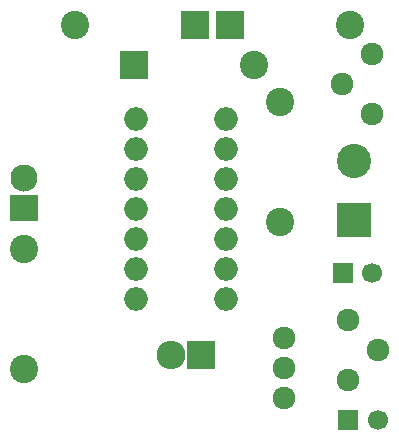
<source format=gbr>
G04 #@! TF.FileFunction,Soldermask,Top*
%FSLAX46Y46*%
G04 Gerber Fmt 4.6, Leading zero omitted, Abs format (unit mm)*
G04 Created by KiCad (PCBNEW 4.0.2-stable) date Sunday, 25 September 2016 16:43:57*
%MOMM*%
G01*
G04 APERTURE LIST*
%ADD10C,0.100000*%
%ADD11R,2.900000X2.900000*%
%ADD12C,2.900000*%
%ADD13C,2.398980*%
%ADD14R,2.398980X2.398980*%
%ADD15R,2.400000X2.300000*%
%ADD16C,2.300000*%
%ADD17R,2.432000X2.432000*%
%ADD18O,2.432000X2.432000*%
%ADD19C,1.924000*%
%ADD20O,2.000000X2.000000*%
%ADD21R,1.700000X1.700000*%
%ADD22C,1.700000*%
G04 APERTURE END LIST*
D10*
D11*
X45500000Y-31000000D03*
D12*
X45500000Y-26000000D03*
D13*
X36960000Y-17897460D03*
D14*
X26800000Y-17897460D03*
D13*
X21840000Y-14502540D03*
D14*
X32000000Y-14502540D03*
D13*
X45160000Y-14497460D03*
D14*
X35000000Y-14497460D03*
D15*
X17500000Y-30000000D03*
D16*
X17500000Y-27460000D03*
D17*
X32500000Y-42500000D03*
D18*
X29960000Y-42500000D03*
D19*
X44460000Y-19540000D03*
X47000000Y-17000000D03*
X47000000Y-22080000D03*
D13*
X39200000Y-21000000D03*
X39200000Y-31160000D03*
X17500000Y-33500000D03*
X17500000Y-43660000D03*
D19*
X39500000Y-43540000D03*
X39500000Y-46080000D03*
X39500000Y-41000000D03*
X47540000Y-42040000D03*
X45000000Y-44580000D03*
X45000000Y-39500000D03*
D20*
X27000000Y-22500000D03*
X27000000Y-25040000D03*
X27000000Y-27580000D03*
X27000000Y-30120000D03*
X27000000Y-32660000D03*
X27000000Y-35200000D03*
X27000000Y-37740000D03*
X34620000Y-37740000D03*
X34620000Y-35200000D03*
X34620000Y-32660000D03*
X34620000Y-30120000D03*
X34620000Y-27580000D03*
X34620000Y-25040000D03*
X34620000Y-22500000D03*
D21*
X44500000Y-35500000D03*
D22*
X47000000Y-35500000D03*
D21*
X45000000Y-48000000D03*
D22*
X47500000Y-48000000D03*
M02*

</source>
